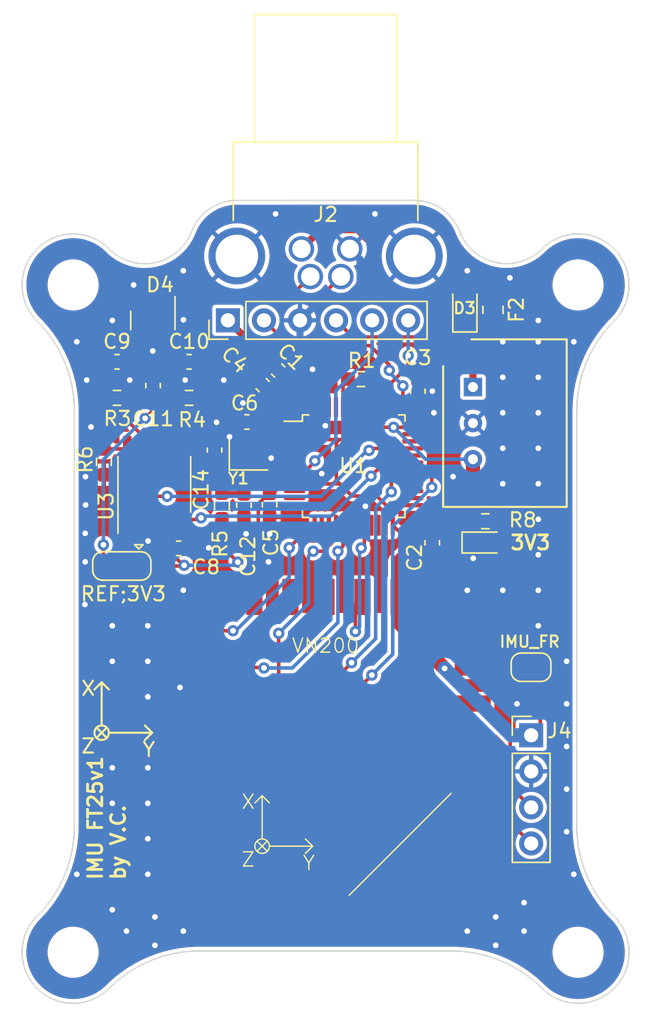
<source format=kicad_pcb>
(kicad_pcb
	(version 20240108)
	(generator "pcbnew")
	(generator_version "8.0")
	(general
		(thickness 1.6)
		(legacy_teardrops no)
	)
	(paper "A4")
	(layers
		(0 "F.Cu" signal)
		(31 "B.Cu" signal)
		(32 "B.Adhes" user "B.Adhesive")
		(33 "F.Adhes" user "F.Adhesive")
		(34 "B.Paste" user)
		(35 "F.Paste" user)
		(36 "B.SilkS" user "B.Silkscreen")
		(37 "F.SilkS" user "F.Silkscreen")
		(38 "B.Mask" user)
		(39 "F.Mask" user)
		(40 "Dwgs.User" user "User.Drawings")
		(41 "Cmts.User" user "User.Comments")
		(42 "Eco1.User" user "User.Eco1")
		(43 "Eco2.User" user "User.Eco2")
		(44 "Edge.Cuts" user)
		(45 "Margin" user)
		(46 "B.CrtYd" user "B.Courtyard")
		(47 "F.CrtYd" user "F.Courtyard")
		(48 "B.Fab" user)
		(49 "F.Fab" user)
		(50 "User.1" user)
		(51 "User.2" user)
		(52 "User.3" user)
		(53 "User.4" user)
		(54 "User.5" user)
		(55 "User.6" user)
		(56 "User.7" user)
		(57 "User.8" user)
		(58 "User.9" user)
	)
	(setup
		(stackup
			(layer "F.SilkS"
				(type "Top Silk Screen")
			)
			(layer "F.Paste"
				(type "Top Solder Paste")
			)
			(layer "F.Mask"
				(type "Top Solder Mask")
				(thickness 0.01)
			)
			(layer "F.Cu"
				(type "copper")
				(thickness 0.035)
			)
			(layer "dielectric 1"
				(type "core")
				(thickness 1.51)
				(material "FR4")
				(epsilon_r 4.5)
				(loss_tangent 0.02)
			)
			(layer "B.Cu"
				(type "copper")
				(thickness 0.035)
			)
			(layer "B.Mask"
				(type "Bottom Solder Mask")
				(thickness 0.01)
			)
			(layer "B.Paste"
				(type "Bottom Solder Paste")
			)
			(layer "B.SilkS"
				(type "Bottom Silk Screen")
			)
			(copper_finish "None")
			(dielectric_constraints no)
		)
		(pad_to_mask_clearance 0)
		(allow_soldermask_bridges_in_footprints no)
		(aux_axis_origin 142.24 63.5)
		(pcbplotparams
			(layerselection 0x00010fc_ffffffff)
			(plot_on_all_layers_selection 0x0000000_00000000)
			(disableapertmacros no)
			(usegerberextensions no)
			(usegerberattributes yes)
			(usegerberadvancedattributes yes)
			(creategerberjobfile no)
			(dashed_line_dash_ratio 12.000000)
			(dashed_line_gap_ratio 3.000000)
			(svgprecision 4)
			(plotframeref no)
			(viasonmask no)
			(mode 1)
			(useauxorigin yes)
			(hpglpennumber 1)
			(hpglpenspeed 20)
			(hpglpendiameter 15.000000)
			(pdf_front_fp_property_popups yes)
			(pdf_back_fp_property_popups yes)
			(dxfpolygonmode yes)
			(dxfimperialunits yes)
			(dxfusepcbnewfont yes)
			(psnegative no)
			(psa4output no)
			(plotreference yes)
			(plotvalue no)
			(plotfptext yes)
			(plotinvisibletext no)
			(sketchpadsonfab no)
			(subtractmaskfromsilk yes)
			(outputformat 1)
			(mirror no)
			(drillshape 0)
			(scaleselection 1)
			(outputdirectory "gerber/")
		)
	)
	(net 0 "")
	(net 1 "Net-(U1-PB2)")
	(net 2 "GND")
	(net 3 "/CAN_H")
	(net 4 "/CAN_L")
	(net 5 "/Vref")
	(net 6 "/NRST")
	(net 7 "/SWCLK")
	(net 8 "/SWDIO")
	(net 9 "/SWO")
	(net 10 "Net-(JP1-A)")
	(net 11 "Net-(U1-BOOT0)")
	(net 12 "Net-(U3-Rs)")
	(net 13 "unconnected-(U1-PC13-Pad2)")
	(net 14 "unconnected-(U1-PC14-Pad3)")
	(net 15 "unconnected-(U1-PC15-Pad4)")
	(net 16 "Net-(U1-PF0)")
	(net 17 "Net-(U1-PF1)")
	(net 18 "unconnected-(U1-PA0-Pad10)")
	(net 19 "unconnected-(U1-PA1-Pad11)")
	(net 20 "unconnected-(U1-PA2-Pad12)")
	(net 21 "unconnected-(U1-PA3-Pad13)")
	(net 22 "unconnected-(U1-PA4-Pad14)")
	(net 23 "Net-(U1-PA5)")
	(net 24 "Net-(U1-PA6)")
	(net 25 "Net-(U1-PA7)")
	(net 26 "unconnected-(U1-PB0-Pad18)")
	(net 27 "unconnected-(U1-PB1-Pad19)")
	(net 28 "unconnected-(VN200-VBAT_RTC-Pad25)")
	(net 29 "unconnected-(U1-PB10-Pad21)")
	(net 30 "unconnected-(U1-PB11-Pad22)")
	(net 31 "unconnected-(U1-PB12-Pad25)")
	(net 32 "unconnected-(U1-PB13-Pad26)")
	(net 33 "unconnected-(U1-PB14-Pad27)")
	(net 34 "unconnected-(U1-PB15-Pad28)")
	(net 35 "unconnected-(U1-PA8-Pad29)")
	(net 36 "Net-(U1-PA9)")
	(net 37 "Net-(U1-PA10)")
	(net 38 "/CAN_RX")
	(net 39 "/CAN_TX")
	(net 40 "Net-(VO1-A)")
	(net 41 "unconnected-(U1-PB4-Pad40)")
	(net 42 "unconnected-(U1-PB5-Pad41)")
	(net 43 "unconnected-(U1-PB6-Pad42)")
	(net 44 "unconnected-(U1-PB7-Pad43)")
	(net 45 "unconnected-(U1-PB8-Pad45)")
	(net 46 "unconnected-(U1-PB9-Pad46)")
	(net 47 "/UART IN")
	(net 48 "/UART OUT")
	(net 49 "unconnected-(VN200-SYNC_OUT-Pad9)")
	(net 50 "unconnected-(VN200-TX1-Pad12)")
	(net 51 "unconnected-(VN200-RX2-Pad13)")
	(net 52 "Net-(JP3-C)")
	(net 53 "Net-(D3-K)")
	(net 54 "Net-(U2-VIN)")
	(net 55 "+24V")
	(net 56 "unconnected-(U1-PA15-Pad38)")
	(net 57 "+3V3")
	(net 58 "unconnected-(VN200-GPS_PPS-Pad24)")
	(net 59 "unconnected-(VN200-SYNC_IN-Pad22)")
	(footprint "Connector_PinHeader_2.54mm:PinHeader_1x06_P2.54mm_Vertical" (layer "F.Cu") (at 153.139884 65.991173 90))
	(footprint "Capacitor_SMD:C_0603_1608Metric_Pad1.08x0.95mm_HandSolder" (layer "F.Cu") (at 154.27 79.02 -90))
	(footprint "Connector_PinHeader_2.54mm:PinHeader_1x04_P2.54mm_Vertical" (layer "F.Cu") (at 174.5 95.21))
	(footprint "Fuse:Fuse_0805_2012Metric" (layer "F.Cu") (at 171.81 65.2525 -90))
	(footprint "MountingHole:MountingHole_3.2mm_M3" (layer "F.Cu") (at 177.8 110.49))
	(footprint "Capacitor_SMD:C_0603_1608Metric_Pad1.08x0.95mm_HandSolder" (layer "F.Cu") (at 166.52 70.98 90))
	(footprint "IMU:VN-200" (layer "F.Cu") (at 160.02 99.06))
	(footprint "MountingHole:MountingHole_3.2mm_M3" (layer "F.Cu") (at 142.24 63.5))
	(footprint "FaSTTUBe_connectors:M8_718_4pin_horizontal" (layer "F.Cu") (at 160.02 60.96 180))
	(footprint "Capacitor_SMD:C_0603_1608Metric_Pad1.08x0.95mm_HandSolder" (layer "F.Cu") (at 149.67 82.049092))
	(footprint "Package_SO:SOIC-8_3.9x4.9mm_P1.27mm" (layer "F.Cu") (at 147.96 77.54 90))
	(footprint "Capacitor_SMD:C_0603_1608Metric_Pad1.08x0.95mm_HandSolder" (layer "F.Cu") (at 147.87 70.59 90))
	(footprint "Jumper:SolderJumper-3_P1.3mm_Open_RoundedPad1.0x1.5mm" (layer "F.Cu") (at 145.67 83.29 180))
	(footprint "Capacitor_SMD:C_0603_1608Metric_Pad1.08x0.95mm_HandSolder" (layer "F.Cu") (at 167.53 81.66 -90))
	(footprint "Capacitor_SMD:C_0603_1608Metric_Pad1.08x0.95mm_HandSolder" (layer "F.Cu") (at 155.59 70.55 135))
	(footprint "Capacitor_SMD:C_0603_1608Metric_Pad1.08x0.95mm_HandSolder" (layer "F.Cu") (at 150.41 68.9125))
	(footprint "Capacitor_SMD:C_0603_1608Metric_Pad1.08x0.95mm_HandSolder" (layer "F.Cu") (at 156.68 69.52 135))
	(footprint "LED_SMD:LED_0603_1608Metric_Pad1.05x0.95mm_HandSolder" (layer "F.Cu") (at 171.2925 81.64))
	(footprint "clipboard:aa490206-7cee-428e-9cc3-cf79f21f7905" (layer "F.Cu") (at 144.25 93))
	(footprint "Jumper:SolderJumper-2_P1.3mm_Open_RoundedPad1.0x1.5mm" (layer "F.Cu") (at 174.49 90.42))
	(footprint "MountingHole:MountingHole_3.2mm_M3" (layer "F.Cu") (at 177.8 63.5))
	(footprint "Package_QFP:LQFP-48_7x7mm_P0.5mm" (layer "F.Cu") (at 162 76.26))
	(footprint "Resistor_SMD:R_0603_1608Metric_Pad0.98x0.95mm_HandSolder" (layer "F.Cu") (at 162.510628 70.130622 180))
	(footprint "Capacitor_SMD:C_0603_1608Metric" (layer "F.Cu") (at 154.48 73.15))
	(footprint "Crystal:Crystal_SMD_2016-4Pin_2.0x1.6mm" (layer "F.Cu") (at 154.59 75.38))
	(footprint "Capacitor_SMD:C_0603_1608Metric_Pad1.08x0.95mm_HandSolder" (layer "F.Cu") (at 145.33 68.9125))
	(footprint "Diode_SMD:D_SOD-323" (layer "F.Cu") (at 169.83 65.2 90))
	(footprint "Resistor_SMD:R_0603_1608Metric_Pad0.98x0.95mm_HandSolder" (layer "F.Cu") (at 152.72 79.06 90))
	(footprint "Capacitor_SMD:C_0603_1608Metric_Pad1.08x0.95mm_HandSolder" (layer "F.Cu") (at 156.08 78.98 -90))
	(footprint "Package_TO_SOT_SMD:SOT-23" (layer "F.Cu") (at 147.85654 65.998629 -90))
	(footprint "Resistor_SMD:R_0603_1608Metric_Pad0.98x0.95mm_HandSolder" (layer "F.Cu") (at 150.41 71.4525 180))
	(footprint "Resistor_SMD:R_0603_1608Metric_Pad0.98x0.95mm_HandSolder" (layer "F.Cu") (at 144.41 75.95 90))
	(footprint "FaSTTUBe_Voltage_Regulators:MagI3C-FDSM-SIP-3" (layer "F.Cu") (at 172.882 73.23 -90))
	(footprint "Resistor_SMD:R_0603_1608Metric_Pad0.98x0.95mm_HandSolder" (layer "F.Cu") (at 145.33 71.4525 180))
	(footprint "Resistor_SMD:R_0603_1608Metric_Pad0.98x0.95mm_HandSolder" (layer "F.Cu") (at 171.27 80.14))
	(footprint "MountingHole:MountingHole_3.2mm_M3" (layer "F.Cu") (at 142.24 110.49))
	(footprint "Capacitor_SMD:C_0603_1608Metric" (layer "F.Cu") (at 152.2 75.13 90))
	(gr_arc
		(start 139.7 66.04)
		(mid 141.646675 68.953405)
		(end 142.330256 72.39)
		(stroke
			(width 0.1)
			(type default)
		)
		(layer "Edge.Cuts")
		(uuid "0a60dceb-cc9b-42bf-aed1-30b811b9c3d0")
	)
	(gr_arc
		(start 139.7 66.04)
		(mid 139.7 60.96)
		(end 144.78 60.96)
		(stroke
			(width 0.1)
			(type default)
		)
		(layer "Edge.Cuts")
		(uuid "1feba593-2008-4347-9f63-8a4013eccbff")
	)
	(gr_arc
		(start 175.26 60.96)
		(mid 172.0237 61.923512)
		(end 169.457829 59.72845)
		(stroke
			(width 0.1)
			(type default)
		)
		(layer "Edge.Cuts")
		(uuid "33fb829b-33e0-4cb1-97da-dada36743c5c")
	)
	(gr_arc
		(start 177.709744 72.39)
		(mid 178.393325 68.953405)
		(end 180.34 66.04)
		(stroke
			(width 0.1)
			(type default)
		)
		(layer "Edge.Cuts")
		(uuid "378f4fed-9751-4f0f-b4a1-c07f1d1ccd33")
	)
	(gr_line
		(start 177.709744 72.39)
		(end 177.709744 101.6)
		(stroke
			(width 0.1)
			(type default)
		)
		(layer "Edge.Cuts")
		(uuid "417adb19-1f0a-4cb1-b5ee-8fc075f8b100")
	)
	(gr_arc
		(start 142.330256 101.6)
		(mid 141.646675 105.036595)
		(end 139.7 107.95)
		(stroke
			(width 0.1)
			(type default)
		)
		(layer "Edge.Cuts")
		(uuid "42c9e34d-e86b-4e4d-953f-5a366e6cd133")
	)
	(gr_arc
		(start 144.78 113.03)
		(mid 139.7 113.03)
		(end 139.7 107.95)
		(stroke
			(width 0.1)
			(type default)
		)
		(layer "Edge.Cuts")
		(uuid "603b12c1-3c4f-4c5f-a72c-193753571693")
	)
	(gr_line
		(start 142.330256 101.6)
		(end 142.330256 72.39)
		(stroke
			(width 0.1)
			(type default)
		)
		(layer "Edge.Cuts")
		(uuid "62a03b69-8f89-4f45-b729-8f416174ed7f")
	)
	(gr_arc
		(start 150.591864 59.724058)
		(mid 151.844703 58.145514)
		(end 153.77 57.55)
		(stroke
			(width 0.1)
			(type default)
		)
		(layer "Edge.Cuts")
		(uuid "68affa6e-7931-4770-8dd3-0d5104b277d0")
	)
	(gr_arc
		(start 180.34 107.95)
		(mid 180.34 113.03)
		(end 175.26 113.03)
		(stroke
			(width 0.1)
			(type default)
		)
		(layer "Edge.Cuts")
		(uuid "88e8dedd-7e2e-455c-aede-3d3d71434d6b")
	)
	(gr_arc
		(start 166.266884 57.545571)
		(mid 168.199957 58.143504)
		(end 169.457829 59.72845)
		(stroke
			(width 0.1)
			(type default)
		)
		(layer "Edge.Cuts")
		(uuid "985a1e88-5e41-45a7-ac40-aad3e9141a71")
	)
	(gr_line
		(start 166.266884 57.545571)
		(end 153.77 57.55)
		(stroke
			(width 0.1)
			(type default)
		)
		(layer "Edge.Cuts")
		(uuid "bc955175-8e7f-4610-8c74-81c8ce899bef")
	)
	(gr_arc
		(start 144.78 113.03)
		(mid 147.693405 111.083325)
		(end 151.13 110.399744)
		(stroke
			(width 0.1)
			(type default)
		)
		(layer "Edge.Cuts")
		(uuid "c5ec41a2-eee0-4875-a4cc-95184d30c7f0")
	)
	(gr_arc
		(start 150.591863 59.724058)
		(mid 148.020334 61.926725)
		(end 144.773381 60.966619)
		(stroke
			(width 0.1)
			(type default)
		)
		(layer "Edge.Cuts")
		(uuid "c9b88552-165a-4500-9156-9bee167518db")
	)
	(gr_line
		(start 168.91 110.399744)
		(end 151.13 110.399744)
		(stroke
			(width 0.1)
			(type default)
		)
		(layer "Edge.Cuts")
		(uuid "cfa19d78-baa2-4534-a0d7-a2a78631aa5f")
	)
	(gr_arc
		(start 175.26 60.96)
		(mid 180.34 60.96)
		(end 180.34 66.04)
		(stroke
			(width 0.1)
			(type default)
		)
		(layer "Edge.Cuts")
		(uuid "d1934568-1bf0-428d-9f24-ffb11e5f7534")
	)
	(gr_arc
		(start 168.91 110.399744)
		(mid 172.346595 111.083325)
		(end 175.26 113.03)
		(stroke
			(width 0.1)
			(type default)
		)
		(layer "Edge.Cuts")
		(uuid "dcdcdaaf-6523-4aba-847d-5091a3f7a830")
	)
	(gr_arc
		(start 180.34 107.95)
		(mid 178.393325 105.036595)
		(end 177.709744 101.6)
		(stroke
			(width 0.1)
			(type default)
		)
		(layer "Edge.Cuts")
		(uuid "e99f5792-9f5e-46f2-b938-01c5774d5d54")
	)
	(gr_text "IMU FT25v1\nby V.C."
		(at 146 105.5 90)
		(layer "F.SilkS")
		(uuid "347e4f76-cb22-45ae-aa14-957a041cc56e")
		(effects
			(font
				(size 1 1)
				(thickness 0.2)
			)
			(justify left bottom)
		)
	)
	(gr_text "3V3"
		(at 172.94 82.23 0)
		(layer "F.SilkS")
		(uuid "6fa3fa50-ee51-4b3b-b976-98e641e49b30")
		(effects
			(font
				(size 1 1)
				(thickness 0.2)
				(bold yes)
			)
			(justify left bottom)
		)
	)
	(gr_text "IMU_FR"
		(at 172.18 89.09 0)
		(layer "F.SilkS")
		(uuid "a1b30ea9-413a-4378-8c1f-4cbaf4aa1360")
		(effects
			(font
				(size 0.8 0.8)
				(thickness 0.15)
			)
			(justify left bottom)
		)
	)
	(gr_text "REF;3V3"
		(at 142.68 85.84 0)
		(layer "F.SilkS")
		(uuid "b64debde-4e87-46fe-8a20-162f5e0255fc")
		(effects
			(font
				(size 1 1)
				(thickness 0.15)
			)
			(justify left bottom)
		)
	)
	(segment
		(start 162.12 85.9745)
		(end 162.6235 85.471)
		(width 0.25)
		(layer "F.Cu")
		(net 1)
		(uuid "15c9113b-bf0a-4189-964d-4c3924dd5e3f")
	)
	(segment
		(start 162.75 81.8)
		(end 162.75 80.4225)
		(width 0.25)
		(layer "F.Cu")
		(net 1)
		(uuid "2231c28d-9fcd-4dea-972f-1ec57176896e")
	)
	(segment
		(start 162.53 82.02)
		(end 162.75 81.8)
		(width 0.25)
		(layer "F.Cu")
		(net 1)
		(uuid "75b7407d-9231-4929-b547-1cae6a4b5985")
	)
	(segment
		(start 162.12 87.9)
		(end 162.12 85.9745)
		(width 0.25)
		(layer "F.Cu")
		(net 1)
		(uuid "bb182de9-900e-45ed-b140-aaae1923c0ab")
	)
	(via
		(at 162.53 82.02)
		(size 0.8)
		(drill 0.4)
		(layers "F.Cu" "B.Cu")
		(net 1)
		(uuid "55e97eb0-ea7c-4fc8-a63b-5d67c34e1665")
	)
	(via
		(at 162.12 87.9)
		(size 0.8)
		(drill 0.4)
		(layers "F.Cu" "B.Cu")
		(net 1)
		(uuid "e0a26d90-f669-48de-9ee6-91a03b03af2b")
	)
	(segment
		(start 162.53 82.02)
		(end 162.41 82.14)
		(width 0.25)
		(layer "B.Cu")
		(net 1)
		(uuid "16e9e39f-9448-4c28-9c95-7a816b587699")
	)
	(segment
		(start 162.41 87.61)
		(end 162.12 87.9)
		(width 0.25)
		(layer "B.Cu")
		(net 1)
		(uuid "be208ab0-f2bb-4ff4-82a7-767ccdde5f04")
	)
	(segment
		(start 162.41 82.14)
		(end 162.41 8
... [313897 chars truncated]
</source>
